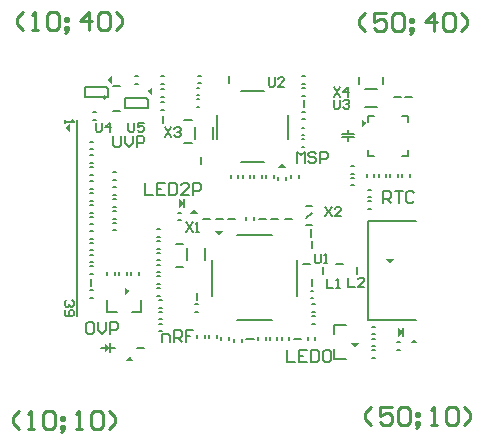
<source format=gbr>
%TF.GenerationSoftware,Altium Limited,Altium Designer,24.8.2 (39)*%
G04 Layer_Color=65535*
%FSLAX45Y45*%
%MOMM*%
%TF.SameCoordinates,B03309B8-0E9A-45A2-8570-9956D1A1A338*%
%TF.FilePolarity,Positive*%
%TF.FileFunction,Legend,Top*%
%TF.Part,CustomerPanel*%
G01*
G75*
%TA.AperFunction,NonConductor*%
%ADD43C,0.15000*%
%ADD61C,0.25400*%
%ADD62C,0.20000*%
G36*
X2034998Y1324996D02*
X2067156Y1286407D01*
X2002841D01*
X2034998Y1324996D01*
D02*
G37*
G36*
X1870031Y1400264D02*
X1828031Y1360264D01*
Y1440264D01*
X1870031Y1400264D01*
D02*
G37*
G36*
X2039293Y1876075D02*
X2000704Y1843917D01*
Y1908232D01*
X2039293Y1876075D01*
D02*
G37*
G36*
X1490704Y3261074D02*
X1529293Y3293232D01*
Y3228917D01*
X1490704Y3261074D01*
D02*
G37*
G36*
X2494999Y2624996D02*
X2449999Y2584996D01*
Y2664996D01*
X2494999Y2624996D01*
D02*
G37*
G36*
X1846408Y3664994D02*
X1884996Y3697151D01*
Y3632837D01*
X1846408Y3664994D01*
D02*
G37*
G36*
X2186410Y3569995D02*
X2224998Y3602153D01*
Y3537838D01*
X2186410Y3569995D01*
D02*
G37*
G36*
X3946077Y1400701D02*
X3913920Y1439290D01*
X3978235D01*
X3946077Y1400701D01*
D02*
G37*
G36*
X4441077Y1474290D02*
X4473235Y1435701D01*
X4408920D01*
X4441077Y1474290D01*
D02*
G37*
G36*
X4354998Y1529996D02*
X4309998Y1489996D01*
Y1569996D01*
X4354998Y1529996D01*
D02*
G37*
G36*
X4241077Y2110701D02*
X4208919Y2149290D01*
X4273234D01*
X4241077Y2110701D01*
D02*
G37*
G36*
X2581077Y2569290D02*
X2613235Y2530701D01*
X2548920D01*
X2581077Y2569290D01*
D02*
G37*
G36*
X2792226Y2351407D02*
X2760068Y2389995D01*
X2824383D01*
X2792226Y2351407D01*
D02*
G37*
G36*
X3326077Y2959290D02*
X3358235Y2920701D01*
X3293920D01*
X3326077Y2959290D01*
D02*
G37*
G36*
X4044293Y3298074D02*
X4005704Y3265917D01*
Y3330231D01*
X4044293Y3298074D01*
D02*
G37*
D43*
X3769999Y1304996D02*
Y1384996D01*
Y1304996D02*
X3869999D01*
X3769999Y1514993D02*
Y1594998D01*
X3869999D01*
X1655665Y3519992D02*
Y3609994D01*
Y3519992D02*
X1855213D01*
Y3589776D01*
X1834995Y3609994D02*
X1855213Y3589776D01*
X1655665Y3609994D02*
X1834995D01*
X3913001Y2836996D02*
X3936999D01*
X3913001Y2772993D02*
X3936999D01*
X3912999Y2936995D02*
X3936997D01*
X3912999Y2872997D02*
X3936997D01*
X3452226Y1839998D02*
Y2139997D01*
X2942225Y1629996D02*
X3242224D01*
X2732228Y1839998D02*
Y2139997D01*
X2942225Y2349995D02*
X3242224D01*
X2268001Y1937996D02*
X2291998D01*
X2268001Y2001994D02*
X2291998D01*
X3156997Y2837995D02*
Y2861998D01*
X3092999Y2837995D02*
Y2861998D01*
X2054999Y1699996D02*
X2134999D01*
Y1799996D01*
X1844997Y1699996D02*
X1924997D01*
X1844997D02*
Y1799996D01*
X2737998Y3164997D02*
Y3264997D01*
X2588001Y3164997D02*
Y3264997D01*
X2974999Y3569993D02*
X3174998D01*
X2974999Y2969995D02*
X3174998D01*
X2774999Y3169994D02*
Y3369994D01*
X3374998Y3169994D02*
Y3369994D01*
X1995667Y3424996D02*
Y3514993D01*
Y3424996D02*
X2195214D01*
Y3494775D01*
X2175001Y3514993D02*
X2195214Y3494775D01*
X1995667Y3514993D02*
X2175001D01*
X4055000Y1629995D02*
X4459998D01*
X4055000D02*
Y2469993D01*
X4459998D01*
X2603001Y3537996D02*
X2626999D01*
X2603001Y3601994D02*
X2626999D01*
X4087998Y1312996D02*
X4111998D01*
X4087998Y1376996D02*
X4111998D01*
X2047999Y2012994D02*
Y2036997D01*
X2111997Y2012994D02*
Y2036997D01*
X2268001Y2337994D02*
X2291999D01*
X2268001Y2401997D02*
X2291999D01*
X2268001Y2101994D02*
X2291999D01*
X2268001Y2037996D02*
X2291999D01*
X2268001Y2301995D02*
X2291999D01*
X2268001Y2237997D02*
X2291999D01*
X2268001Y2137996D02*
X2291999D01*
X2268001Y2201994D02*
X2291999D01*
X4087998Y1476996D02*
X4111998D01*
X4087998Y1412996D02*
X4111998D01*
X2812997Y1467997D02*
Y1491995D01*
X2877000Y1467997D02*
Y1491995D01*
X2987000Y1447998D02*
Y1471996D01*
X2922997Y1447998D02*
Y1471996D01*
X3286997Y1462995D02*
Y1486998D01*
X3222999Y1462995D02*
Y1486998D01*
X3122997Y1462994D02*
Y1486997D01*
X3187000Y1462994D02*
Y1486997D01*
X4302998Y1446994D02*
X4327001D01*
X4302998Y1382996D02*
X4327001D01*
X4087998Y1512996D02*
X4111996D01*
X4087998Y1576994D02*
X4111996D01*
X1697998Y2862993D02*
X1722001D01*
X1697998Y2926996D02*
X1722001D01*
X2492000Y2589995D02*
Y2659997D01*
X1698001Y2962994D02*
X1721999D01*
X1698001Y3026997D02*
X1721999D01*
X2288001Y1801994D02*
X2311998D01*
X2288001Y1737996D02*
X2311998D01*
X2287998Y1637995D02*
X2312001D01*
X2287998Y1701993D02*
X2312001D01*
X2287999Y1537997D02*
X2311997D01*
X2287999Y1601995D02*
X2311997D01*
X2268001Y1901994D02*
X2291998D01*
X2268001Y1837996D02*
X2291998D01*
X2592998Y1702998D02*
X2617001D01*
X2592998Y1766995D02*
X2617001D01*
X2671999Y1482997D02*
Y1506995D01*
X2607996Y1482997D02*
Y1506995D01*
X2772000Y1482995D02*
Y1506998D01*
X2707997Y1482995D02*
Y1506998D01*
X1698001Y2386995D02*
X1721999D01*
X1698001Y2322997D02*
X1721999D01*
X1698001Y2286996D02*
X1721999D01*
X1698001Y2222998D02*
X1721999D01*
X1948001Y2012995D02*
Y2036993D01*
X2011999Y2012995D02*
Y2036993D01*
X4206997Y2842995D02*
Y2866993D01*
X4143000Y2842995D02*
Y2866993D01*
X4106999Y2842995D02*
Y2866993D01*
X4042996Y2842995D02*
Y2866993D01*
X4242999Y2842995D02*
Y2866993D01*
X4306997Y2842995D02*
Y2866993D01*
X1897997Y2392995D02*
X1922000D01*
X1897997Y2456998D02*
X1922000D01*
X1897997Y2592997D02*
X1922000D01*
X1897997Y2656995D02*
X1922000D01*
X1898001Y2692997D02*
X1921998D01*
X1898001Y2756995D02*
X1921998D01*
X1697998Y2606995D02*
X1722001D01*
X1697998Y2542997D02*
X1722001D01*
X1697998Y2442995D02*
X1722001D01*
X1697998Y2506998D02*
X1722001D01*
X1698001Y2706994D02*
X1721999D01*
X1698001Y2642996D02*
X1721999D01*
X1697998Y2806994D02*
X1722001D01*
X1697998Y2742996D02*
X1722001D01*
X1898000Y2492995D02*
X1921998D01*
X1898000Y2556993D02*
X1921998D01*
X4407000Y2842995D02*
Y2866993D01*
X4342997Y2842995D02*
Y2866993D01*
X4057998Y2636997D02*
X4082001D01*
X4057998Y2572994D02*
X4082001D01*
X4057998Y2672994D02*
X4082001D01*
X4057998Y2736997D02*
X4082001D01*
X1897997Y2886997D02*
X1922000D01*
X1897997Y2822994D02*
X1922000D01*
X2602998Y3501996D02*
X2627001D01*
X2602998Y3437993D02*
X2627001D01*
X2618000Y3701997D02*
X2641998D01*
X2618000Y3637994D02*
X2641998D01*
X1697998Y3141995D02*
X1722001D01*
X1697998Y3077997D02*
X1722001D01*
X3497999Y3332998D02*
X3521997D01*
X3497999Y3396996D02*
X3521997D01*
X3606997Y1462998D02*
Y1486996D01*
X3542999Y1462998D02*
Y1486996D01*
X3322999Y1462993D02*
Y1486996D01*
X3386997Y1462993D02*
Y1486996D01*
X1698000Y2086995D02*
X1721998D01*
X1698000Y2022997D02*
X1721998D01*
X1697997Y2186995D02*
X1722000D01*
X1697997Y2122998D02*
X1722000D01*
X3582997Y1602997D02*
X3606995D01*
X3582997Y1666995D02*
X3606995D01*
X3582997Y1702992D02*
X3606995D01*
X3582997Y1766995D02*
X3606995D01*
X2764997Y2489996D02*
X2824996D01*
X3022999Y2477995D02*
Y2501998D01*
X3086997Y2477995D02*
Y2501998D01*
X3234999Y2489994D02*
X3294999D01*
X3530000Y2599996D02*
X3579997D01*
X3530000Y2439996D02*
X3579997D01*
X3530000Y2499996D02*
X3579997Y2539996D01*
X3567999Y1881993D02*
X3591997D01*
X3567999Y1817996D02*
X3591997D01*
X3579998Y2239997D02*
Y2299996D01*
X3574998Y2339996D02*
Y2399996D01*
X3579998Y1919997D02*
Y1979997D01*
X3669998Y2024997D02*
Y2084997D01*
X3959997Y2024997D02*
Y2084997D01*
X3784998Y2104997D02*
X3844998D01*
X3499998Y2104997D02*
X3559998D01*
X2605001Y1804996D02*
Y1864996D01*
X2424999Y2079997D02*
X2484999D01*
X2669997Y2139997D02*
Y2239997D01*
X2520000Y2139997D02*
Y2239997D01*
X2424999Y2279997D02*
X2484999D01*
X2869998Y2489994D02*
X2929998D01*
X3024996Y1474993D02*
X3084996D01*
X3429999Y1474997D02*
X3489999D01*
X3128535Y2489994D02*
X3188535D01*
X3349997Y2489993D02*
X3409997D01*
X2659998Y2489994D02*
X2719998D01*
X1790000Y1399993D02*
X1839891D01*
X1879891D01*
X1910000D01*
X1867028Y1365261D02*
Y1435264D01*
X4344999Y3361998D02*
X4394996D01*
Y3311995D02*
Y3361998D01*
Y3021993D02*
Y3071996D01*
X4344999Y3021993D02*
X4394996D01*
X4054997D02*
Y3071996D01*
Y3021993D02*
X4104999D01*
X4054997Y3311995D02*
Y3361998D01*
X4104999D01*
X4179999Y3629993D02*
Y3689993D01*
X4029997Y3586996D02*
X4129997D01*
X4029997Y3436994D02*
X4129997D01*
X3980000Y3629993D02*
Y3689993D01*
X4369996Y3521997D02*
X4429996D01*
X4269997D02*
X4329996D01*
X3834997Y3179995D02*
X3934997D01*
X3834997Y3209997D02*
X3934997D01*
X3885071D02*
Y3244994D01*
X3885000Y3179995D02*
X3885071Y3144994D01*
X1894999Y3614997D02*
X1954999D01*
X1723001Y3327996D02*
X1746999D01*
X1723001Y3391994D02*
X1746999D01*
X2302999Y3632996D02*
X2326997D01*
X2302999Y3696993D02*
X2326997D01*
X2082997Y3696996D02*
X2107000D01*
X2082997Y3632998D02*
X2107000D01*
X2302999Y3586996D02*
X2326997D01*
X2302999Y3522993D02*
X2326997D01*
X2315000Y3304996D02*
Y3364996D01*
X1894999Y3404995D02*
X1954999D01*
X2302999Y3412996D02*
X2326997D01*
X2302999Y3476994D02*
X2326997D01*
X3491002Y3161996D02*
X3515000D01*
X3491002Y3097998D02*
X3515000D01*
X2640000Y2954997D02*
Y3014997D01*
X3056997Y2837995D02*
Y2861998D01*
X2992999Y2837995D02*
Y2861998D01*
X2956997Y2837995D02*
Y2861998D01*
X2893000Y2837995D02*
Y2861998D01*
X1697999Y1822996D02*
X1721997D01*
X1697999Y1886994D02*
X1721997D01*
X1709998Y1924997D02*
Y1984997D01*
X3356997Y2822993D02*
Y2846996D01*
X3292999Y2822993D02*
Y2846996D01*
X3256997Y2837994D02*
Y2861997D01*
X3192999Y2837994D02*
Y2861997D01*
X1848000Y2012997D02*
Y2036995D01*
X1911998Y2012997D02*
Y2036995D01*
X4351999Y1494994D02*
Y1564996D01*
X2442998Y2477997D02*
X2467001D01*
X2442998Y2541995D02*
X2467001D01*
X3466997Y2837995D02*
Y2861998D01*
X3403000Y2837995D02*
Y2861998D01*
X2879999Y3639996D02*
Y3699995D01*
X3491002Y3197998D02*
X3515000D01*
X3491002Y3261996D02*
X3515000D01*
X3497999Y3696996D02*
X3521997D01*
X3497999Y3632998D02*
X3521997D01*
X2100000Y1399997D02*
X2160000D01*
X3510001Y3434995D02*
Y3494995D01*
X2500001Y3129998D02*
X2560001D01*
X2500001Y3324993D02*
X2560001D01*
X3497999Y3596996D02*
X3521997D01*
X3497999Y3532998D02*
X3521997D01*
X1590000Y1669995D02*
Y3329996D01*
X1551642Y1799997D02*
X1564971Y1786668D01*
Y1760010D01*
X1551642Y1746681D01*
X1538313D01*
X1524984Y1760010D01*
Y1773339D01*
Y1760010D01*
X1511655Y1746681D01*
X1498326D01*
X1484997Y1760010D01*
Y1786668D01*
X1498326Y1799997D01*
Y1720023D02*
X1484997Y1706694D01*
Y1680036D01*
X1498326Y1666707D01*
X1551642D01*
X1564971Y1680036D01*
Y1706694D01*
X1551642Y1720023D01*
X1538313D01*
X1524984Y1706694D01*
Y1666707D01*
X1484997Y3324995D02*
Y3298337D01*
Y3311666D01*
X1564971D01*
X1551642Y3324995D01*
X2023354Y3304983D02*
Y3238338D01*
X2036683Y3225009D01*
X2063341D01*
X2076670Y3238338D01*
Y3304983D01*
X2156644D02*
X2103328D01*
Y3264996D01*
X2129986Y3278325D01*
X2143315D01*
X2156644Y3264996D01*
Y3238338D01*
X2143315Y3225009D01*
X2116657D01*
X2103328Y3238338D01*
X1748353Y3304983D02*
Y3238338D01*
X1761683Y3225009D01*
X1788341D01*
X1801669Y3238338D01*
Y3304983D01*
X1868315Y3225009D02*
Y3304983D01*
X1828328Y3264996D01*
X1881644D01*
X3888353Y1989983D02*
Y1910009D01*
X3941670D01*
X4021644D02*
X3968328D01*
X4021644Y1963325D01*
Y1976654D01*
X4008315Y1989983D01*
X3981657D01*
X3968328Y1976654D01*
X2516682Y2459983D02*
X2569998Y2380009D01*
Y2459983D02*
X2516682Y2380009D01*
X2596656D02*
X2623315D01*
X2609986D01*
Y2459983D01*
X2596656Y2446654D01*
X3763353Y3604983D02*
X3816670Y3525009D01*
Y3604983D02*
X3763353Y3525009D01*
X3883315D02*
Y3604983D01*
X3843328Y3564996D01*
X3896644D01*
X2333353Y3264983D02*
X2386670Y3185009D01*
Y3264983D02*
X2333353Y3185009D01*
X2413328Y3251654D02*
X2426657Y3264983D01*
X2453315D01*
X2466644Y3251654D01*
Y3238325D01*
X2453315Y3224996D01*
X2439986D01*
X2453315D01*
X2466644Y3211667D01*
Y3198338D01*
X2453315Y3185009D01*
X2426657D01*
X2413328Y3198338D01*
X3601682Y2194983D02*
Y2128338D01*
X3615012Y2115009D01*
X3641670D01*
X3654999Y2128338D01*
Y2194983D01*
X3681657Y2115009D02*
X3708315D01*
X3694986D01*
Y2194983D01*
X3681657Y2181654D01*
X3706682Y1984983D02*
Y1905009D01*
X3759998D01*
X3786656D02*
X3813314D01*
X3799986D01*
Y1984983D01*
X3786656Y1971654D01*
X3213353Y3689983D02*
Y3623338D01*
X3226683Y3610009D01*
X3253341D01*
X3266670Y3623338D01*
Y3689983D01*
X3346644Y3610009D02*
X3293328D01*
X3346644Y3663325D01*
Y3676654D01*
X3333315Y3689983D01*
X3306657D01*
X3293328Y3676654D01*
X3693354Y2589983D02*
X3746670Y2510009D01*
Y2589983D02*
X3693354Y2510009D01*
X3826644D02*
X3773328D01*
X3826644Y2563325D01*
Y2576654D01*
X3813315Y2589983D01*
X3786657D01*
X3773328Y2576654D01*
X3763353Y3499983D02*
Y3433338D01*
X3776683Y3420009D01*
X3803341D01*
X3816670Y3433338D01*
Y3499983D01*
X3843328Y3486654D02*
X3856657Y3499983D01*
X3883315D01*
X3896644Y3486654D01*
Y3473325D01*
X3883315Y3459996D01*
X3869986D01*
X3883315D01*
X3896644Y3446667D01*
Y3433338D01*
X3883315Y3420009D01*
X3856657D01*
X3843328Y3433338D01*
D61*
X4076427Y741520D02*
X4025644Y792304D01*
Y843088D01*
X4076427Y893871D01*
X4254170D02*
X4152603D01*
Y817696D01*
X4203386Y843088D01*
X4228778D01*
X4254170Y817696D01*
Y766912D01*
X4228778Y741520D01*
X4177995D01*
X4152603Y766912D01*
X4304954Y868479D02*
X4330345Y893871D01*
X4381129D01*
X4406521Y868479D01*
Y766912D01*
X4381129Y741520D01*
X4330345D01*
X4304954Y766912D01*
Y868479D01*
X4457304Y817696D02*
Y843088D01*
X4482696D01*
Y817696D01*
X4457304D01*
Y766912D02*
X4482696D01*
Y741520D01*
X4457304Y716129D01*
X4482696Y741520D02*
X4457304D01*
Y766912D01*
X4584263Y741520D02*
X4635047D01*
X4609655D01*
Y893871D01*
X4584263Y868479D01*
X4711222D02*
X4736614Y893871D01*
X4787397D01*
X4812789Y868479D01*
Y766912D01*
X4787397Y741520D01*
X4736614D01*
X4711222Y766912D01*
Y868479D01*
X4863573Y741520D02*
X4914356Y792304D01*
Y843088D01*
X4863573Y893871D01*
X4028732Y4081521D02*
X3977948Y4132304D01*
Y4183088D01*
X4028732Y4233871D01*
X4206474D02*
X4104907D01*
Y4157696D01*
X4155690Y4183088D01*
X4181082D01*
X4206474Y4157696D01*
Y4106913D01*
X4181082Y4081521D01*
X4130299D01*
X4104907Y4106913D01*
X4257258Y4208480D02*
X4282650Y4233871D01*
X4333433D01*
X4358825Y4208480D01*
Y4106913D01*
X4333433Y4081521D01*
X4282650D01*
X4257258Y4106913D01*
Y4208480D01*
X4409608Y4157696D02*
Y4183088D01*
X4435000D01*
Y4157696D01*
X4409608D01*
Y4106913D02*
X4435000D01*
Y4081521D01*
X4409608Y4056129D01*
X4435000Y4081521D02*
X4409608D01*
Y4106913D01*
X4612743Y4081521D02*
Y4233871D01*
X4536567Y4157696D01*
X4638134D01*
X4688918Y4208480D02*
X4714310Y4233871D01*
X4765093D01*
X4790485Y4208480D01*
Y4106913D01*
X4765093Y4081521D01*
X4714310D01*
X4688918Y4106913D01*
Y4208480D01*
X4841269Y4081521D02*
X4892052Y4132304D01*
Y4183088D01*
X4841269Y4233871D01*
X1136427Y4091521D02*
X1085644Y4142304D01*
Y4193088D01*
X1136427Y4243871D01*
X1212603Y4091521D02*
X1263386D01*
X1237995D01*
Y4243871D01*
X1212603Y4218479D01*
X1339562D02*
X1364954Y4243871D01*
X1415737D01*
X1441129Y4218479D01*
Y4116913D01*
X1415737Y4091521D01*
X1364954D01*
X1339562Y4116913D01*
Y4218479D01*
X1491912Y4167696D02*
Y4193088D01*
X1517304D01*
Y4167696D01*
X1491912D01*
Y4116913D02*
X1517304D01*
Y4091521D01*
X1491912Y4066129D01*
X1517304Y4091521D02*
X1491912D01*
Y4116913D01*
X1695047Y4091521D02*
Y4243871D01*
X1618871Y4167696D01*
X1720439D01*
X1771222Y4218479D02*
X1796614Y4243871D01*
X1847397D01*
X1872789Y4218479D01*
Y4116913D01*
X1847397Y4091521D01*
X1796614D01*
X1771222Y4116913D01*
Y4218479D01*
X1923573Y4091521D02*
X1974356Y4142304D01*
Y4193088D01*
X1923573Y4243871D01*
X1099124Y711521D02*
X1048340Y762304D01*
Y813088D01*
X1099124Y863871D01*
X1175299Y711521D02*
X1226082D01*
X1200691D01*
Y863871D01*
X1175299Y838479D01*
X1302258D02*
X1327650Y863871D01*
X1378433D01*
X1403825Y838479D01*
Y736912D01*
X1378433Y711521D01*
X1327650D01*
X1302258Y736912D01*
Y838479D01*
X1454608Y787696D02*
Y813088D01*
X1480000D01*
Y787696D01*
X1454608D01*
Y736912D02*
X1480000D01*
Y711521D01*
X1454608Y686129D01*
X1480000Y711521D02*
X1454608D01*
Y736912D01*
X1581567Y711521D02*
X1632351D01*
X1606959D01*
Y863871D01*
X1581567Y838479D01*
X1708526D02*
X1733918Y863871D01*
X1784702D01*
X1810093Y838479D01*
Y736912D01*
X1784702Y711521D01*
X1733918D01*
X1708526Y736912D01*
Y838479D01*
X1860877Y711521D02*
X1911660Y762304D01*
Y813088D01*
X1860877Y863871D01*
X1819954Y3515083D02*
Y3529595D01*
D62*
X3369999Y1379963D02*
Y1279996D01*
X3436644D01*
X3536611Y1379963D02*
X3469966D01*
Y1279996D01*
X3536611D01*
X3469966Y1329980D02*
X3503289D01*
X3569934Y1379963D02*
Y1279996D01*
X3619918D01*
X3636579Y1296657D01*
Y1363302D01*
X3619918Y1379963D01*
X3569934D01*
X3669902Y1363302D02*
X3686563Y1379963D01*
X3719886D01*
X3736547Y1363302D01*
Y1296657D01*
X3719886Y1279996D01*
X3686563D01*
X3669902Y1296657D01*
Y1363302D01*
X1894998Y3194963D02*
Y3111657D01*
X1911660Y3094996D01*
X1944982D01*
X1961644Y3111657D01*
Y3194963D01*
X1994966D02*
Y3128318D01*
X2028289Y3094996D01*
X2061611Y3128318D01*
Y3194963D01*
X2094934Y3094996D02*
Y3194963D01*
X2144918D01*
X2161579Y3178302D01*
Y3144979D01*
X2144918Y3128318D01*
X2094934D01*
X4179998Y2624996D02*
Y2724964D01*
X4229982D01*
X4246644Y2708302D01*
Y2674980D01*
X4229982Y2658318D01*
X4179998D01*
X4213321D02*
X4246644Y2624996D01*
X4279966Y2724964D02*
X4346611D01*
X4313289D01*
Y2624996D01*
X4446579Y2708302D02*
X4429918Y2724964D01*
X4396595D01*
X4379934Y2708302D01*
Y2641657D01*
X4396595Y2624996D01*
X4429918D01*
X4446579Y2641657D01*
X1719982Y1614963D02*
X1686660D01*
X1669998Y1598302D01*
Y1531657D01*
X1686660Y1514996D01*
X1719982D01*
X1736643Y1531657D01*
Y1598302D01*
X1719982Y1614963D01*
X1769966D02*
Y1548318D01*
X1803289Y1514996D01*
X1836611Y1548318D01*
Y1614963D01*
X1869934Y1514996D02*
Y1614963D01*
X1919918D01*
X1936579Y1598302D01*
Y1564980D01*
X1919918Y1548318D01*
X1869934D01*
X3449998Y2959996D02*
Y3059963D01*
X3483321Y3026641D01*
X3516643Y3059963D01*
Y2959996D01*
X3616611Y3043302D02*
X3599950Y3059963D01*
X3566628D01*
X3549966Y3043302D01*
Y3026641D01*
X3566628Y3009980D01*
X3599950D01*
X3616611Y2993318D01*
Y2976657D01*
X3599950Y2959996D01*
X3566628D01*
X3549966Y2976657D01*
X3649934Y2959996D02*
Y3059963D01*
X3699918D01*
X3716579Y3043302D01*
Y3009980D01*
X3699918Y2993318D01*
X3649934D01*
X2309998Y1449996D02*
Y1516641D01*
X2359982D01*
X2376643Y1499979D01*
Y1449996D01*
X2409966D02*
Y1549963D01*
X2459950D01*
X2476611Y1533302D01*
Y1499979D01*
X2459950Y1483318D01*
X2409966D01*
X2443289D02*
X2476611Y1449996D01*
X2576579Y1549963D02*
X2509934D01*
Y1499979D01*
X2543257D01*
X2509934D01*
Y1449996D01*
X2169998Y2789963D02*
Y2689996D01*
X2236643D01*
X2336611Y2789963D02*
X2269966D01*
Y2689996D01*
X2336611D01*
X2269966Y2739980D02*
X2303289D01*
X2369934Y2789963D02*
Y2689996D01*
X2419918D01*
X2436579Y2706657D01*
Y2773302D01*
X2419918Y2789963D01*
X2369934D01*
X2536547Y2689996D02*
X2469902D01*
X2536547Y2756641D01*
Y2773302D01*
X2519886Y2789963D01*
X2486563D01*
X2469902Y2773302D01*
X2569870Y2689996D02*
Y2789963D01*
X2619854D01*
X2636515Y2773302D01*
Y2739980D01*
X2619854Y2723318D01*
X2569870D01*
%TF.MD5,b0dda759d562d0c554e5bfccaeea2ecf*%
M02*

</source>
